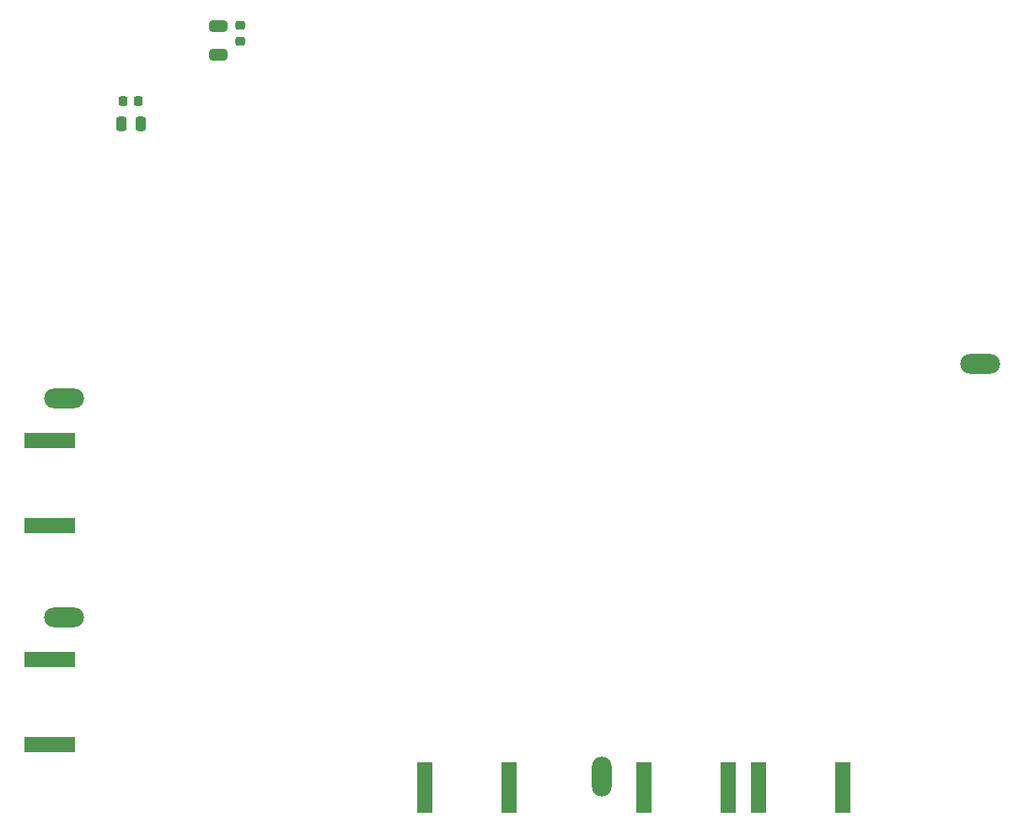
<source format=gbp>
G04 #@! TF.GenerationSoftware,KiCad,Pcbnew,7.0.0-da2b9df05c~171~ubuntu20.04.1*
G04 #@! TF.CreationDate,2023-05-09T13:21:18-04:00*
G04 #@! TF.ProjectId,Phecda_V4,50686563-6461-45f5-9634-2e6b69636164,rev?*
G04 #@! TF.SameCoordinates,Original*
G04 #@! TF.FileFunction,Paste,Bot*
G04 #@! TF.FilePolarity,Positive*
%FSLAX46Y46*%
G04 Gerber Fmt 4.6, Leading zero omitted, Abs format (unit mm)*
G04 Created by KiCad (PCBNEW 7.0.0-da2b9df05c~171~ubuntu20.04.1) date 2023-05-09 13:21:18*
%MOMM*%
%LPD*%
G01*
G04 APERTURE LIST*
G04 Aperture macros list*
%AMRoundRect*
0 Rectangle with rounded corners*
0 $1 Rounding radius*
0 $2 $3 $4 $5 $6 $7 $8 $9 X,Y pos of 4 corners*
0 Add a 4 corners polygon primitive as box body*
4,1,4,$2,$3,$4,$5,$6,$7,$8,$9,$2,$3,0*
0 Add four circle primitives for the rounded corners*
1,1,$1+$1,$2,$3*
1,1,$1+$1,$4,$5*
1,1,$1+$1,$6,$7*
1,1,$1+$1,$8,$9*
0 Add four rect primitives between the rounded corners*
20,1,$1+$1,$2,$3,$4,$5,0*
20,1,$1+$1,$4,$5,$6,$7,0*
20,1,$1+$1,$6,$7,$8,$9,0*
20,1,$1+$1,$8,$9,$2,$3,0*%
G04 Aperture macros list end*
%ADD10R,1.500000X5.080000*%
%ADD11R,5.080000X1.500000*%
%ADD12O,4.000000X2.000000*%
%ADD13O,2.000000X4.000000*%
%ADD14RoundRect,0.250000X0.650000X-0.325000X0.650000X0.325000X-0.650000X0.325000X-0.650000X-0.325000X0*%
%ADD15RoundRect,0.225000X0.225000X0.250000X-0.225000X0.250000X-0.225000X-0.250000X0.225000X-0.250000X0*%
%ADD16RoundRect,0.225000X0.250000X-0.225000X0.250000X0.225000X-0.250000X0.225000X-0.250000X-0.225000X0*%
%ADD17RoundRect,0.250000X0.250000X0.475000X-0.250000X0.475000X-0.250000X-0.475000X0.250000X-0.475000X0*%
G04 APERTURE END LIST*
D10*
X89749999Y-121137499D03*
X81249999Y-121137499D03*
D11*
X43562499Y-116749999D03*
X43562499Y-108249999D03*
D12*
X44999999Y-103999999D03*
D10*
X123249999Y-121137499D03*
X114749999Y-121137499D03*
D11*
X43562499Y-94749999D03*
X43562499Y-86249999D03*
D12*
X44999999Y-81999999D03*
D13*
X98999999Y-119999999D03*
D10*
X111749999Y-121137499D03*
X103249999Y-121137499D03*
D12*
X136999999Y-78499999D03*
D14*
X60500000Y-47475000D03*
X60500000Y-44525000D03*
D15*
X52455000Y-52130000D03*
X50905000Y-52130000D03*
D16*
X62730000Y-46045000D03*
X62730000Y-44495000D03*
D17*
X52680000Y-54380000D03*
X50780000Y-54380000D03*
M02*

</source>
